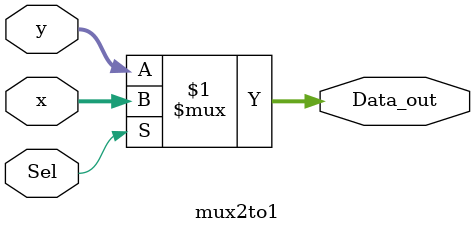
<source format=v>
module mux2to1 #(
   // constant declaration
  parameter DATA_WIDTH = 32

)(
   input [(DATA_WIDTH-1):0] x,
   input [(DATA_WIDTH-1):0] y,
	input Sel,
	output [(DATA_WIDTH-1):0] Data_out
   
);

assign Data_out = Sel ? x : y ; 
endmodule 
</source>
